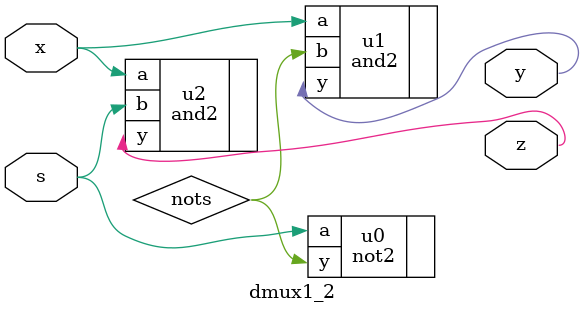
<source format=v>
module dmux1_2(input x, input s, output y, output z);
  wire nots;  // wire for ~s
  
  not2 u0(.a(s), .y(nots));        // Create ~s
  and2 u1(.a(x), .b(nots), .y(y)); // y = x * ~s  
  and2 u2(.a(x), .b(s), .y(z));    // z = x * s
endmodule

</source>
